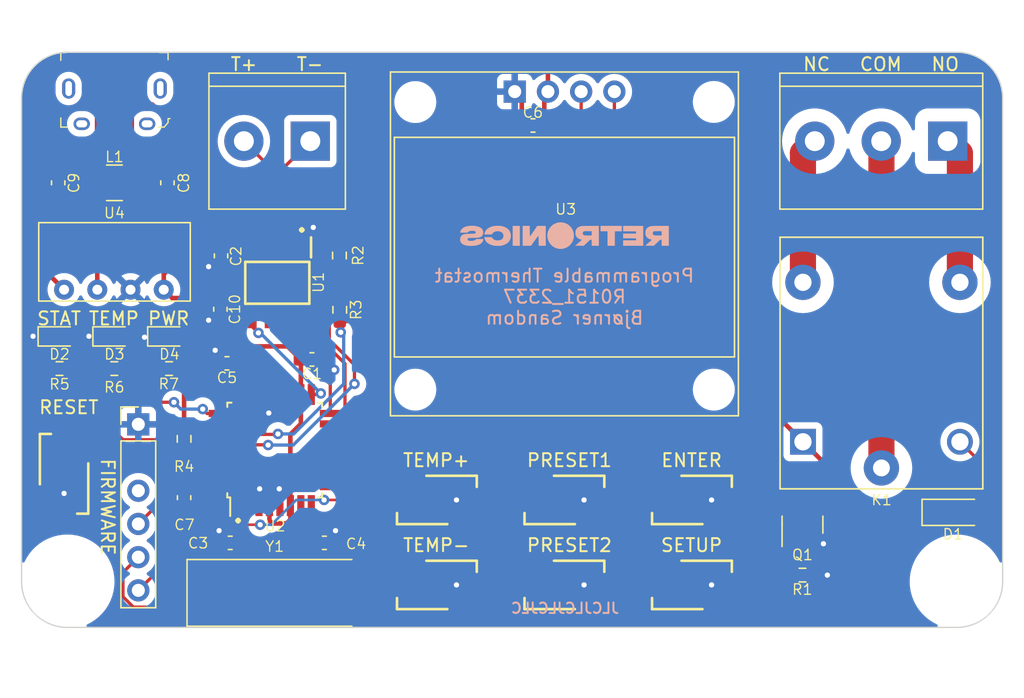
<source format=kicad_pcb>
(kicad_pcb (version 20221018) (generator pcbnew)
  (layers (0 "F.Cu" signal) (31 "B.Cu" signal) (34 "B.Paste" user) (35 "F.Paste" user) (36 "B.SilkS" user "B.Silkscreen") (37 "F.SilkS" user "F.Silkscreen") (38 "B.Mask" user) (39 "F.Mask" user) (44 "Edge.Cuts" user))
  (net 0 "")
  (net 1 "+5V")
  (net 2 "GND")
  (net 3 "Net-(U2-XTAL1)")
  (net 4 "Net-(U2-XTAL2)")
  (net 5 "Net-(U2-AREF)")
  (net 6 "Net-(J3-Pin_6)")
  (net 7 "Net-(U2-~{RESET})")
  (net 8 "Earth")
  (net 9 "Net-(J4-VBUS)")
  (net 10 "Net-(U4-VIN)")
  (net 11 "Net-(D1-A)")
  (net 12 "Net-(D3-A)")
  (net 13 "Net-(J1-Pin_1)")
  (net 14 "Net-(J1-Pin_2)")
  (net 15 "Net-(J1-Pin_3)")
  (net 16 "Net-(J2-Pin_1)")
  (net 17 "Net-(J2-Pin_2)")
  (net 19 "Net-(J3-Pin_4)")
  (net 20 "Net-(J3-Pin_5)")
  (net 24 "RLY_CTRL")
  (net 25 "SCL")
  (net 26 "SDA")
  (net 27 "SPI_SCK")
  (net 28 "SPI_CS")
  (net 29 "SPI_MISO")
  (net 37 "SW_TEMP+")
  (net 38 "SW_TEMP-")
  (net 39 "SW_Preset1")
  (net 40 "SW_Preset2")
  (net 41 "SW_Setup")
  (net 42 "Net-(D4-A)")
  (net 43 "Net-(D2-A)")
  (net 44 "SW_Enter")
  (net 45 "LED_STATUS")
  (net 46 "LED_TEMP")
  (footprint "Capacitor_SMD:C_0603_1608Metric_Pad1.08x0.95mm_HandSolder" (layer "F.Cu") (at 170.2 76.5)
    (fp_text reference "C1")
    (fp_text value "100nF")
  )
  (footprint "Diode_SMD:D_SOD-123" (layer "F.Cu") (at 219.2 88.2)
    (fp_text reference "D1")
    (fp_text value "1N5819W")
  )
  (footprint "Retronics_Switches:AlpsAlpine_SKQYPCE010" (layer "F.Cu") (at 151.25 85.25 90)
    (fp_text reference "SW1" hide)
    (fp_text value "Reset" hide)
  )
  (footprint "Package_TO_SOT_SMD:SOT-23" (layer "F.Cu") (at 207.7 89.1375 90)
    (fp_text reference "Q1")
    (fp_text value "BSS138")
  )
  (footprint "LED_SMD:LED_0603_1608Metric_Pad1.05x0.95mm_HandSolder" (layer "F.Cu") (at 155.1125 74.74)
    (fp_text reference "D3")
    (fp_text value "Red")
  )
  (footprint "Inductor_SMD:L_1210_3225Metric_Pad1.42x2.65mm_HandSolder" (layer "F.Cu") (at 155.1 62.9875 180)
    (fp_text reference "L1")
    (fp_text value "CBC3225T6R8MR")
  )
  (footprint "Capacitor_SMD:C_0603_1608Metric_Pad1.08x0.95mm_HandSolder" (layer "F.Cu") (at 159.15 62.9875 -90)
    (fp_text reference "C8")
    (fp_text value "4.7µF")
  )
  (footprint "Capacitor_SMD:C_0603_1608Metric_Pad1.08x0.95mm_HandSolder" (layer "F.Cu") (at 163.95 90.5325 180)
    (fp_text reference "C3")
    (fp_text value "22pF")
  )
  (footprint "Retronics_Connectors:PinHeader_1x06_P2.54mm_Vertical_Minus2" (layer "F.Cu") (at 156.925 81.465476)
    (fp_text reference "J3" hide)
    (fp_text value "Firmware")
  )
  (footprint "Package_QFP:TQFP-32_7x7mm_P0.8mm" (layer "F.Cu") (at 167.35 83.4325 90)
    (fp_text reference "U2")
    (fp_text value "ATMEGA328P-AU")
  )
  (footprint "Resistor_SMD:R_0603_1608Metric_Pad0.98x0.95mm_HandSolder" (layer "F.Cu") (at 160.425 82.575 -90)
    (fp_text reference "R4")
    (fp_text value "10kΩ")
  )
  (footprint "Retronics_IC_Sensors_Interfaces:SOIC127P600X175-8N" (layer "F.Cu") (at 167.55 70.6375 -90)
    (fp_text reference "U1")
    (fp_text value "MAX6675" hide)
  )
  (footprint "Resistor_SMD:R_0603_1608Metric_Pad0.98x0.95mm_HandSolder" (layer "F.Cu") (at 172.325 72.7 -90)
    (fp_text reference "R3")
    (fp_text value "4.7kΩ")
  )
  (footprint "LED_SMD:LED_0603_1608Metric_Pad1.05x0.95mm_HandSolder" (layer "F.Cu") (at 159.3 74.74)
    (fp_text reference "D4")
    (fp_text value "Green")
  )
  (footprint "MountingHole:MountingHole_3.2mm_M3" (layer "F.Cu") (at 151.5 93.5)
    (fp_text reference "H2" hide)
    (fp_text value "MountingHole")
  )
  (footprint "Retronics_Relays:RELAY_SRD-05VDC-SL-C" (layer "F.Cu") (at 213.735 76.7 90)
    (fp_text reference "K1")
    (fp_text value "SONGLE_SRD_05VDC_SL_C")
  )
  (footprint "Retronics_Switches:AlpsAlpine_SKQYPCE010" (layer "F.Cu") (at 179.75 87.25)
    (fp_text reference "SW2" hide)
    (fp_text value "Temp+" hide)
  )
  (footprint "Retronics_Switches:AlpsAlpine_SKQYPCE010" (layer "F.Cu") (at 199.25 87.25)
    (fp_text reference "SW6" hide)
    (fp_text value "Enter" hide)
  )
  (footprint "Resistor_SMD:R_0603_1608Metric_Pad0.98x0.95mm_HandSolder" (layer "F.Cu") (at 155.09 77.2 180)
    (fp_text reference "R6")
    (fp_text value "1kΩ")
  )
  (footprint "Retronics_Displays:Display_OLED_0.96in_I2C" (layer "F.Cu") (at 185.7 56.01)
    (fp_text reference "U3")
    (fp_text value "Display_OLED_0.96_I2C")
  )
  (footprint "Retronics_Connectors:ScrewTerminal_DB128L-5.08-3P-BK-S" (layer "F.Cu") (at 218.8 59.8 180)
    (fp_text reference "J1" hide)
    (fp_text value "Relay conn.")
  )
  (footprint "Retronics_IC_Power:B0505S" (layer "F.Cu") (at 149.4135 66.0343)
    (fp_text reference "U4")
    (fp_text value "B0505S-1WR3")
  )
  (footprint "Capacitor_SMD:C_0603_1608Metric_Pad1.08x0.95mm_HandSolder" (layer "F.Cu") (at 163.2 72.6625 90)
    (fp_text reference "C10")
    (fp_text value "10µF")
  )
  (footprint "Retronics_Switches:AlpsAlpine_SKQYPCE010" (layer "F.Cu") (at 189.5 87.25)
    (fp_text reference "SW4" hide)
    (fp_text value "Preset1" hide)
  )
  (footprint "Retronics_Switches:AlpsAlpine_SKQYPCE010" (layer "F.Cu") (at 179.75 93.75)
    (fp_text reference "SW3" hide)
    (fp_text value "Temp-" hide)
  )
  (footprint "LED_SMD:LED_0603_1608Metric_Pad1.05x0.95mm_HandSolder" (layer "F.Cu") (at 150.925 74.74)
    (fp_text reference "D2")
    (fp_text value "Green")
  )
  (footprint "Capacitor_SMD:C_0603_1608Metric_Pad1.08x0.95mm_HandSolder" (layer "F.Cu") (at 163.7 76.8)
    (fp_text reference "C5")
    (fp_text value "100nF")
  )
  (footprint "Capacitor_SMD:C_0603_1608Metric_Pad1.08x0.95mm_HandSolder" (layer "F.Cu") (at 187.1 58.6 180)
    (fp_text reference "C6")
    (fp_text value "1µF")
  )
  (footprint "Resistor_SMD:R_0603_1608Metric_Pad0.98x0.95mm_HandSolder" (layer "F.Cu") (at 150.9025 77.2 180)
    (fp_text reference "R5")
    (fp_text value "1kΩ")
  )
  (footprint "Capacitor_SMD:C_0603_1608Metric_Pad1.08x0.95mm_HandSolder" (layer "F.Cu") (at 171.15 90.5325)
    (fp_text reference "C4")
    (fp_text value "22pF")
  )
  (footprint "Capacitor_SMD:C_0603_1608Metric_Pad1.08x0.95mm_HandSolder" (layer "F.Cu") (at 150.8 62.9875 -90)
    (fp_text reference "C9")
    (fp_text value "4.7µF")
  )
  (footprint "digikey-footprints:USB_Micro_B_Female_10118194-0001LF" (layer "F.Cu") (at 155.1 58.475 180)
    (fp_text reference "J4" hide)
    (fp_text value "USB_B_Micro")
  )
  (footprint "Crystal:Crystal_SMD_HC49-SD" (layer "F.Cu") (at 167.35 94.3575)
    (fp_text reference "Y1")
    (fp_text value "16MHz")
  )
  (footprint "Capacitor_SMD:C_0603_1608Metric_Pad1.08x0.95mm_HandSolder" (layer "F.Cu") (at 160.425 87.075 90)
    (fp_text reference "C7")
    (fp_text value "10nF")
  )
  (footprint "Resistor_SMD:R_0603_1608Metric_Pad0.98x0.95mm_HandSolder" (layer "F.Cu") (at 172.3 68.55 -90)
    (fp_text reference "R2")
    (fp_text value "4.7kΩ")
  )
  (footprint "Capacitor_SMD:C_0603_1608Metric_Pad1.08x0.95mm_HandSolder" (layer "F.Cu") (at 163.25 68.575 -90)
    (fp_text reference "C2")
    (fp_text value "100nF")
  )
  (footprint "Resistor_SMD:R_0603_1608Metric_Pad0.98x0.95mm_HandSolder" (layer "F.Cu") (at 207.7 93)
    (fp_text reference "R1")
    (fp_text value "10kΩ")
  )
  (footprint "Retronics_Switches:AlpsAlpine_SKQYPCE010" (layer "F.Cu") (at 189.5 93.75)
    (fp_text reference "SW5" hide)
    (fp_text value "Preset2" hide)
  )
  (footprint "Retronics_Switches:AlpsAlpine_SKQYPCE010" (layer "F.Cu") (at 199.25 93.75)
    (fp_text reference "SW7" hide)
    (fp_text value "Setup" hide)
  )
  (footprint "Retronics_Connectors:ScrewTerminal_DB128L-5.08-2P-BK-S" (layer "F.Cu") (at 170.075 59.8 180)
    (fp_text reference "J2" hide)
    (fp_text value "Thermocouple")
  )
  (footprint "Resistor_SMD:R_0603_1608Metric_Pad0.98x0.95mm_HandSolder" (layer "F.Cu") (at 159.2775 77.2 180)
    (fp_text reference "R7")
    (fp_text value "1kΩ")
  )
  (footprint "MountingHole:MountingHole_3.2mm_M3" (layer "F.Cu") (at 219.5 93.5)
    (fp_text reference "H1" hide)
    (fp_text value "MountingHole")
  )
  (footprint "Icons_Graphics:retronics_logo_18mm" (layer "B.Cu") (at 189.5 67 180)
    (fp_text reference "G***" hide)
    (fp_text value "LOGO" hide)
  )
  (gr_line (start 151.5 53) (end 219.5 53) (stroke (width 0.1)) (layer "Edge.Cuts"))
  (gr_arc (start 219.5 53) (mid 221.974874 54.025126) (end 223 56.5) (stroke (width 0.1)) (layer "Edge.Cuts"))
  (gr_line (start 223 56.5) (end 223 93.5) (stroke (width 0.1)) (layer "Edge.Cuts"))
  (gr_arc (start 223 93.5) (mid 221.974874 95.974874) (end 219.5 97) (stroke (width 0.1)) (layer "Edge.Cuts"))
  (gr_line (start 148 93.5) (end 148 56.5) (stroke (width 0.1)) (layer "Edge.Cuts"))
  (gr_line (start 219.5 97) (end 151.5 97) (stroke (width 0.1)) (layer "Edge.Cuts"))
  (gr_arc (start 148 56.5) (mid 149.025126 54.025126) (end 151.5 53) (stroke (width 0.1)) (layer "Edge.Cuts"))
  (gr_arc (start 151.5 97) (mid 149.025126 95.974874) (end 148 93.5) (stroke (width 0.1)) (layer "Edge.Cuts"))
  (gr_text "JLCJLCJLCJLC" (at 193.763565 96) (layer "B.SilkS") (effects (font (size 0.8 0.8)) (justify left bottom mirror)))
  (gr_text "Programmable Thermostat\nR0151_2337\nBjørner Sandom\n" (at 189.504279 73.9) (layer "B.SilkS") (effects (font (size 1 1)) (justify bottom mirror)))
  (gr_text "TEMP" (at 153.054166 73.95) (layer "F.SilkS") (effects (font (size 1 1)) (justify left bottom)))
  (gr_text "PWR" (at 157.575 73.95) (layer "F.SilkS") (effects (font (size 1 1)) (justify left bottom)))
  (gr_text "FIRMWARE" (at 154 84 270) (layer "F.SilkS") (effects (font (size 1 1)) (justify left bottom)))
  (gr_text "ENTER" (at 196.815476 84.8) (layer "F.SilkS") (effects (font (size 1 1)) (justify left bottom)))
  (gr_text "TEMP+" (at 177.077381 84.8) (layer "F.SilkS") (effects (font (size 1 1)) (justify left bottom)))
  (gr_text "." (at 164 89.1) (layer "F.SilkS") (effects (font (size 1.5 1.5) (thickness 0.3) bold) (justify left bottom)))
  (gr_text "STAT" (at 149.104761 73.95) (layer "F.SilkS") (effects (font (size 1 1)) (justify left bottom)))
  (gr_text "PRESET2" (at 186.541666 91.3) (layer "F.SilkS") (effects (font (size 1 1)) (justify left bottom)))
  (gr_text "PRESET1" (at 186.541666 84.8) (layer "F.SilkS") (effects (font (size 1 1)) (justify left bottom)))
  (gr_text "RESET" (at 149.25 80.75) (layer "F.SilkS") (effects (font (size 1 1)) (justify left bottom)))
  (gr_text "NC   COM   NO" (at 207.657619 54.5) (layer "F.SilkS") (effects (font (size 1 1)) (justify left bottom)))
  (gr_text "T+    T-" (at 163.90119 54.5) (layer "F.SilkS") (effects (font (size 1 1)) (justify left bottom)))
  (gr_text "TEMP-" (at 177.077381 91.3) (layer "F.SilkS") (effects (font (size 1 1)) (justify left bottom)))
  (gr_text "SETUP" (at 196.791667 91.3) (layer "F.SilkS") (effects (font (size 1 1)) (justify left bottom)))
  (segment (start 158.8691 71.1629) (end 158.8691 69.9809) (width 0.35) (layer "F.Cu") (net 1))
  (segment (start 161.5 71.8) (end 161.5 75.89) (width 0.35) (layer "F.Cu") (net 1))
  (segment (start 161.1375 67.7125) (end 163.25 67.7125) (width 0.35) (layer "F.Cu") (net 1))
  (segment (start 166.95 88.8325) (end 167.1675 89.05) (width 0.35) (layer "F.Cu") (net 1))
  (segment (start 169.35 79.1825) (end 169.35 76.5125) (width 0.35) (layer "F.Cu") (net 1))
  (segment (start 188.2 54.15) (end 193.75 54.15) (width 0.35) (layer "F.Cu") (net 1))
  (segment (start 186.38 54.15) (end 188.2 54.15) (width 0.35) (layer "F.Cu") (net 1))
  (segment (start 169.35 76.5125) (end 169.3375 76.5) (width 0.35) (layer "F.Cu") (net 1))
  (segment (start 203.8 78.865) (end 207.735 82.8) (width 0.35) (layer "F.Cu") (net 1))
  (segment (start 164.7875 69.25) (end 163.25 67.7125) (width 0.35) (layer "F.Cu") (net 1))
  (segment (start 168.3375 75.5) (end 169.3375 76.5) (width 0.35) (layer "F.Cu") (net 1))
  (segment (start 171.45 70.9125) (end 171.45 69.25) (width 0.35) (layer "F.Cu") (net 1))
  (segment (start 164.3 72.9) (end 164.3 74.6) (width 0.35) (layer "F.Cu") (net 1))
  (segment (start 158.8691 69.9809) (end 161.1375 67.7125) (width 0.35) (layer "F.Cu") (net 1))
  (segment (start 164.3 74.6) (end 165.2 75.5) (width 0.35) (layer "F.Cu") (net 1))
  (segment (start 159.5062 71.8) (end 158.8691 71.1629) (width 0.35) (layer "F.Cu") (net 1))
  (segment (start 165.645 67.9255) (end 163.463 67.9255) (width 0.35) (layer "F.Cu") (net 1))
  (segment (start 167.1675 89.05) (end 168.25 89.05) (width 0.35) (layer "F.Cu") (net 1))
  (segment (start 168.55 82.2325) (end 169.35 81.4325) (width 0.35) (layer "F.Cu") (net 1))
  (segment (start 169.35 81.4325) (end 169.35 79.1825) (width 0.35) (layer "F.Cu") (net 1))
  (segment (start 188.24 56.01) (end 188.24 54.19) (width 0.35) (layer "F.Cu") (net 1))
  (segment (start 163.2 71.8) (end 164.3 72.9) (width 0.35) (layer "F.Cu") (net 1))
  (segment (start 161.5 75.89) (end 160.19 77.2) (width 0.35) (layer "F.Cu") (net 1))
  (segment (start 161.5 71.8) (end 159.5062 71.8) (width 0.35) (layer "F.Cu") (net 1))
  (segment (start 161.1375 59.3625) (end 161.1375 67.7125) (width 0.35) (layer "F.Cu") (net 1))
  (segment (start 188.24 54.19) (end 188.2 54.15) (width 0.35) (layer "F.Cu") (net 1))
  (segment (start 168.55 87.6825) (end 168.55 82.2325) (width 0.35) (layer "F.Cu") (net 1))
  (segment (start 168.25 89.05) (end 168.55 88.75) (width 0.35) (layer "F.Cu") (net 1))
  (segment (start 163.463 67.9255) (end 163.25 67.7125) (width 0.35) (layer "F.Cu") (net 1))
  (segment (start 203.8 64.2) (end 203.8 78.865) (width 0.35) (layer "F.Cu") (net 1))
  (segment (start 217.55 88.2) (end 217.05 87.7) (width 0.35) (layer "F.Cu") (net 1))
  (segment (start 165.2 75.5) (end 168.3375 75.5) (width 0.35) (layer "F.Cu") (net 1))
  (segment (start 193.75 54.15) (end 203.8 64.2) (width 0.35) (layer "F.Cu") (net 1))
  (segment (start 168.55 88.75) (end 168.55 87.6825) (width 0.35) (layer "F.Cu") (net 1))
  (segment (start 217.05 87.7) (end 212.635 87.7) (width 0.35) (layer "F.Cu") (net 1))
  (segment (start 187.9625 58.6) (end 187.9625 56.2875) (width 0.35) (layer "F.Cu") (net 1))
  (segment (start 160.425 81.6625) (end 160.425 77.435) (width 0.35) (layer "F.Cu") (net 1))
  (segment (start 171.45 69.25) (end 164.7875 69.25) (width 0.35) (layer "F.Cu") (net 1))
  (segment (start 160.425 77.435) (end 160.19 77.2) (width 0.35) (layer "F.Cu") (net 1))
  (segment (start 163.2 71.8) (end 161.5 71.8) (width 0.35) (layer "F.Cu") (net 1))
  (segment (start 212.635 87.7) (end 207.735 82.8) (width 0.35) (layer "F.Cu") (net 1))
  (segment (start 187.9625 56.2875) (end 188.24 56.01) (width 0.35) (layer "F.Cu") (net 1))
  (segment (start 172.325 71.7875) (end 171.45 70.9125) (width 0.35) (layer "F.Cu") (net 1))
  (segment (start 166.95 87.6825) (end 166.95 88.8325) (width 0.35) (layer "F.Cu") (net 1))
  (segment (start 166.35 54.15) (end 161.1375 59.3625) (width 0.35) (layer "F.Cu") (net 1))
  (segment (start 171.45 69.25) (end 171.45 68.4875) (width 0.35) (layer "F.Cu") (net 1))
  (segment (start 186.38 54.15) (end 166.35 54.15) (width 0.35) (layer "F.Cu") (net 1))
  (segment (start 171.45 68.4875) (end 172.3 67.6375) (width 0.35) (layer "F.Cu") (net 1))
  (segment (start 162.8375 75.8375) (end 162.8 75.8) (width 0.35) (layer "F.Cu") (net 2))
  (segment (start 208.65 90.075) (end 208.775 90.075) (width 0.35) (layer "F.Cu") (net 2))
  (segment (start 163.2 73.525) (end 162.325 73.525) (width 0.35) (layer "F.Cu") (net 2))
  (segment (start 166.95 79.1825) (end 166.95 80.55) (width 0.35) (layer "F.Cu") (net 2))
  (segment (start 163.0875 89.6125) (end 163.1 89.6) (width 0.35) (layer "F.Cu") (net 2))
  (segment (start 192.5 87.25) (end 191 87.25) (width 0.35) (layer "F.Cu") (net 2))
  (segment (start 171.0625 76.5) (end 171.1 76.5) (width 0.25) (layer "F.Cu") (net 2))
  (segment (start 162.8375 76.8) (end 162.8375 75.8375) (width 0.35) (layer "F.Cu") (net 2))
  (segment (start 192.5 93.75) (end 191 93.75) (width 0.35) (layer "F.Cu") (net 2))
  (segment (start 166.95 80.55) (end 166.9 80.6) (width 0.35) (layer "F.Cu") (net 2))
  (segment (start 163.0875 90.5325) (end 163.0875 89.6125) (width 0.35) (layer "F.Cu") (net 2))
  (segment (start 157.46 74.74) (end 157.4 74.8) (width 0.35) (layer "F.Cu") (net 2))
  (segment (start 182.75 87.25) (end 181.25 87.25) (width 0.35) (layer "F.Cu") (net 2))
  (segment (start 154.2375 74.74) (end 153.165 74.74) (width 0.35) (layer "F.Cu") (net 2))
  (segment (start 202.25 93.75) (end 200.75 93.75) (width 0.35) (layer "F.Cu") (net 2))
  (segment (start 169.455 67.9255) (end 169.455 67.245) (width 0.35) (layer "F.Cu") (net 2))
  (segment (start 162.325 73.525) (end 162.3 73.5) (width 0.35) (layer "F.Cu") (net 2))
  (segment (start 166.15 87.6825) (end 166.15 86.45) (width 0.35) (layer "F.Cu") (net 2))
  (segment (start 167.75 86.45) (end 167.7 86.4) (width 0.35) (layer "F.Cu") (net 2))
  (segment (start 182.75 93.75) (end 181.25 93.75) (width 0.35) (layer "F.Cu") (net 2))
  (segment (start 150.05 74.74) (end 148.89 74.74) (width 0.35) (layer "F.Cu") (net 2))
  (segment (start 208.775 90.075) (end 209.3 90.6) (width 0.35) (layer "F.Cu") (net 2))
  (segment (start 186.2375 58.6) (end 186.2375 56.5475) (width 0.35) (layer "F.Cu") (net 2))
  (segment (start 208.6125 93) (end 209.6 93) (width 0.35) (layer "F.Cu") (net 2))
  (segment (start 172.0125 90.5325) (end 172.0125 89.6125) (width 0.35) (layer "F.Cu") (net 2))
  (segment (start 148.89 74.74) (end 148.875 74.725) (width 0.35) (layer "F.Cu") (net 2))
  (segment (start 153.165 74.74) (end 153.15 74.725) (width 0.35) (layer "F.Cu") (net 2))
  (segment (start 151.25 88.25) (end 151.25 86.75) (width 0.35) (layer "F.Cu") (net 2))
  (segment (start 158.425 74.74) (end 157.46 74.74) (width 0.35) (layer "F.Cu") (net 2))
  (segment (start 167.75 87.6825) (end 167.75 86.45) (width 0.35) (layer "F.Cu") (net 2))
  (segment (start 162.3375 69.4375) (end 162.3 69.4) (width 0.35) (layer "F.Cu") (net 2))
  (segment (start 202.25 87.25) (end 200.75 87.25) (width 0.35) (layer "F.Cu") (net 2))
  (segment (start 186.2375 56.5475) (end 185.7 56.01) (width 0.35) (layer "F.Cu") (net 2))
  (segment (start 166.15 86.45) (end 166.2 86.4) (width 0.35) (layer "F.Cu") (net 2))
  (segment (start 172.0125 89.6125) (end 172 89.6) (width 0.35) (layer "F.Cu") (net 2))
  (segment (start 163.25 69.4375) (end 162.3375 69.4375) (width 0.35) (layer "F.Cu") (net 2))
  (segment (start 169.455 67.245) (end 170.3 66.4) (width 0.35) (layer "F.Cu") (net 2))
  (segment (start 171.1 76.5) (end 171.9 77.3) (width 0.25) (layer "F.Cu") (net 2))
  (via (at 148.875 74.725) (size 0.8) (drill 0.4) (layers "F.Cu" "B.Cu") (net 2))
  (via (at 163.1 89.6) (size 0.8) (drill 0.4) (layers "F.Cu" "B.Cu") (net 2))
  (via (at 209.3 90.6) (size 0.8) (drill 0.4) (layers "F.Cu" "B.Cu") (net 2))
  (via (at 191 87.25) (size 0.8) (drill 0.4) (layers "F.Cu" "B.Cu") (net 2))
  (via (at 181.25 87.25) (size 0.8) (drill 0.4) (layers "F.Cu" "B.Cu") (net 2))
  (via (at 157.4 74.8) (size 0.8) (drill 0.4) (layers "F.Cu" "B.Cu") (net 2))
  (via (at 209.6 93) (size 0.8) (drill 0.4) (layers "F.Cu" "B.Cu") (net 2))
  (via (at 172 89.6) (size 0.8) (drill 0.4) (layers "F.Cu" "B.Cu") (net 2))
  (via (at 167.7 86.4) (size 0.8) (drill 0.4) (layers "F.Cu" "B.Cu") (net 2))
  (via (at 162.3 73.5) (size 0.8) (drill 0.4) (layers "F.Cu" "B.Cu") (net 2))
  (via (at 166.2 86.4) (size 0.8) (drill 0.4) (layers "F.Cu" "B.Cu") (net 2))
  (via (at 191 93.75) (size 0.8) (drill 0.4) (layers "F.Cu" "B.Cu") (net 2))
  (via (at 153.15 74.725) (size 0.8) (drill 0.4) (layers "F.Cu" "B.Cu") (net 2))
  (via (at 162.8 75.8) (size 0.8) (drill 0.4) (layers "F.Cu" "B.Cu") (net 2))
  (via (at 151.25 86.75) (size 0.8) (drill 0.4) (layers "F.Cu" "B.Cu") (net 2))
  (via (at 200.75 87.25) (size 0.8) (drill 0.4) (layers "F.Cu" "B.Cu") (net 2))
  (via (at 200.75 93.75) (size 0.8) (drill 0.4) (layers "F.Cu" "B.Cu") (net 2))
  (via (at 162.3 69.4) (size 0.8) (drill 0.4) (layers "F.Cu" "B.Cu") (net 2))
  (via (at 181.25 93.75) (size 0.8) (drill 0.4) (layers "F.Cu" "B.Cu") (net 2))
  (via (at 166.9 80.6) (size 0.8) (drill 0.4) (layers "F.Cu" "B.Cu") (net 2))
  (via (at 170.3 66.4) (size 0.8) (drill 0.4) (layers "F.Cu" "B.Cu") (net 2))
  (via (at 171.9 77.3) (size 0.8) (drill 0.4) (layers "F.Cu" "B.Cu") (net 2))
  (segment (start 164.8 90.545) (end 164.8 92.6575) (width 0.25) (layer "F.Cu") (net 3))
  (segment (start 169.35 88.7325) (end 167.55 90.5325) (width 0.25) (layer "F.Cu") (net 3))
  (segment (start 164.8 92.6575) (end 163.1 94.3575) (width 0.25) (layer "F.Cu") (net 3))
  (segment (start 169.35 87.6825) (end 169.35 88.7325) (width 0.25) (layer "F.Cu") (net 3))
  (segment (start 167.55 90.5325) (end 164.8125 90.5325) (width 0.25) (layer "F.Cu") (net 3))
  (segment (start 164.8125 90.5325) (end 164.8 90.545) (width 0.25) (layer "F.Cu") (net 3))
  (segment (start 170.15 92.9075) (end 171.6 94.3575) (width 0.25) (layer "F.Cu") (net 4))
  (segment (start 170.15 87.6825) (end 170.15 92.9075) (width 0.25) (layer "F.Cu") (net 4))
  (segment (start 164.5625 76.8) (end 166.4175 76.8) (width 0.25) (layer "F.Cu") (net 5))
  (segment (start 167.75 78.1325) (end 167.75 79.1825) (width 0.25) (layer "F.Cu") (net 5))
  (segment (start 166.4175 76.8) (end 167.75 78.1325) (width 0.25) (layer "F.Cu") (net 5))
  (segment (start 160.3625 87.9375) (end 160.425 87.9375) (width 0.25) (layer "F.Cu") (net 6))
  (segment (start 158.9 89.4) (end 160.3625 87.9375) (width 0.25) (layer "F.Cu") (net 6))
  (segment (start 156.925 94.165476) (end 158.9 92.190476) (width 0.25) (layer "F.Cu") (net 6))
  (segment (start 158.9 92.190476) (end 158.9 89.4) (width 0.25) (layer "F.Cu") (net 6))
  (segment (start 151.25 82.25) (end 152.4875 83.4875) (width 0.25) (layer "F.Cu") (net 7))
  (segment (start 160.77 83.8325) (end 160.425 83.4875) (width 0.25) (layer "F.Cu") (net 7))
  (segment (start 163.1 83.8325) (end 160.77 83.8325) (width 0.25) (layer "F.Cu") (net 7))
  (segment (start 160.425 86.2125) (end 160.425 83.4875) (width 0.25) (layer "F.Cu") (net 7))
  (segment (start 152.4875 83.4875) (end 160.425 83.4875) (width 0.25) (layer "F.Cu") (net 7))
  (segment (start 159.15 58.15) (end 158 57) (width 0.35) (layer "F.Cu") (net 8))
  (segment (start 154.25 57) (end 153.8 57.45) (width 0.35) (layer "F.Cu") (net 8))
  (segment (start 158 57) (end 154.25 57) (width 0.35) (layer "F.Cu") (net 8))
  (segment (start 151.2491 71.1629) (end 149.95 69.8638) (width 0.35) (layer "F.Cu") (net 8))
  (segment (start 149.95 62.975) (end 150.8 62.125) (width 0.35) (layer "F.Cu") (net 8))
  (segment (start 153.8 58.475) (end 153.8 59.125) (width 0.35) (layer "F.Cu") (net 8))
  (segment (start 149.95 69.8638) (end 149.95 62.975) (width 0.35) (layer "F.Cu") (net 8))
  (segment (start 153.8 59.125) (end 150.8 62.125) (width 0.35) (layer "F.Cu") (net 8))
  (segment (start 159.15 62.125) (end 159.15 58.15) (width 0.35) (layer "F.Cu") (net 8))
  (segment (start 153.8 57.45) (end 153.8 58.475) (width 0.35) (layer "F.Cu") (net 8))
  (segment (start 156.4 62.8) (end 156.5875 62.9875) (width 0.35) (layer "F.Cu") (net 9))
  (segment (start 159.15 63.85) (end 157.45 63.85) (width 0.35) (layer "F.Cu") (net 9))
  (segment (start 157.45 63.85) (end 156.5875 62.9875) (width 0.35) (layer "F.Cu") (net 9))
  (segment (start 156.4 58.475) (end 156.4 62.8) (width 0.35) (layer "F.Cu") (net 9))
  (segment (start 153.7891 71.1629) (end 153.7891 66.8391) (width 0.35) (layer "F.Cu") (net 10))
  (segment (start 153.7891 66.8391) (end 150.8 63.85) (width 0.35) (layer "F.Cu") (net 10))
  (segment (start 151.6625 62.9875) (end 150.8 63.85) (width 0.35) (layer "F.Cu") (net 10))
  (segment (start 153.6125 62.9875) (end 151.6625 62.9875) (width 0.35) (layer "F.Cu") (net 10))
  (segment (start 217.097183 89.125) (end 219.925 89.125) (width 0.25) (layer "F.Cu") (net 11))
  (segment (start 219.925 89.125) (end 220.85 88.2) (width 0.25) (layer "F.Cu") (net 11))
  (segment (start 207.7 88.2) (end 216.172183 88.2) (width 0.25) (layer "F.Cu") (net 11))
  (segment (start 219.735 82.8) (end 220.85 83.915) (width 0.25) (layer "F.Cu") (net 11))
  (segment (start 220.85 83.915) (end 220.85 88.2) (width 0.25) (layer "F.Cu") (net 11))
  (segment (start 216.172183 88.2) (end 217.097183 89.125) (width 0.25) (layer "F.Cu") (net 11))
  (segment (start 154.3 76.4275) (end 155.9875 74.74) (width 0.25) (layer "F.Cu") (net 12))
  (segment (start 154.3 77.2) (end 154.3 76.4275) (width 0.25) (layer "F.Cu") (net 12))
  (segment (start 219.735 70.6) (end 219.735 60.735) (width 2) (layer "F.Cu") (net 13))
  (segment (start 219.735 60.735) (end 218.8 59.8) (width 2) (layer "F.Cu") (net 13))
  (segment (start 213.735 59.815) (end 213.72 59.8) (width 2) (layer "F.Cu") (net 14))
  (segment (start 213.735 84.8) (end 213.735 59.815) (width 2) (layer "F.Cu") (net 14))
  (segment (start 207.735 60.705) (end 208.64 59.8) (width 2) (layer "F.Cu") (net 15))
  (segment (start 207.735 70.6) (end 207.735 60.705) (width 2) (layer "F.Cu") (net 15))
  (segment (start 168.185 61.69) (end 170.075 59.8) (width 0.25) (layer "F.Cu") (net 16))
  (segment (start 168.185 67.9255) (end 168.185 61.69) (width 0.25) (layer "F.Cu") (net 16))
  (segment (start 166.915 61.72) (end 164.995 59.8) (width 0.25) (layer "F.Cu") (net 17))
  (segment (start 166.915 67.9255) (end 166.915 61.72) (width 0.25) (layer "F.Cu") (net 17))
  (segment (start 160.895495 87.075) (end 158.935476 87.075) (width 0.25) (layer "F.Cu") (net 19))
  (segment (start 161.5 86.470495) (end 160.895495 87.075) (width 0.25) (layer "F.Cu") (net 19))
  (segment (start 162.05 84.6325) (end 161.5 85.1825) (width 0.25) (layer "F.Cu") (net 19))
  (segment (start 163.1 84.6325) (end 162.05 84.6325) (width 0.25) (layer "F.Cu") (net 19))
  (segment (start 161.5 85.1825) (end 161.5 86.470495) (width 0.25) (layer "F.Cu") (net 19))
  (segment (start 158.935476 87.075) (end 156.925 89.085476) (width 0.25) (layer "F.Cu") (net 19))
  (segment (start 155.75 94.652177) (end 156.547822 95.45) (width 0.25) (layer "F.Cu") (net 20))
  (segment (start 159.525 90.4) (end 161.975 87.95) (width 0.25) (layer "F.Cu") (net 20))
  (segment (start 157.85 95.45) (end 159.525 93.775) (width 0.25) (layer "F.Cu") (net 20))
  (segment (start 161.975 87.95) (end 161.975 85.625) (width 0.25) (layer "F.Cu") (net 20))
  (segment (start 155.75 92.800476) (end 155.75 94.652177) (width 0.25) (layer "F.Cu") (net 20))
  (segment (start 162.1675 85.4325) (end 163.1 85.4325) (width 0.25) (layer "F.Cu") (net 20))
  (segment (start 159.525 93.775) (end 159.525 90.4) (width 0.25) (layer "F.Cu") (net 20))
  (segment (start 156.925 91.625476) (end 155.75 92.800476) (width 0.25) (layer "F.Cu") (net 20))
  (segment (start 156.547822 95.45) (end 157.85 95.45) (width 0.25) (layer "F.Cu") (net 20))
  (segment (start 161.975 85.625) (end 162.1675 85.4325) (width 0.25) (layer "F.Cu") (net 20))
  (segment (start 206.7875 93) (end 206.7875 90.1125) (width 0.25) (layer "F.Cu") (net 24))
  (segment (start 200.075 88.325) (end 194.7825 83.0325) (width 0.25) (layer "F.Cu") (net 24))
  (segment (start 206.7875 90.1125) (end 206.75 90.075) (width 0.25) (layer "F.Cu") (net 24))
  (segment (start 194.7825 83.0325) (end 171.6 83.0325) (width 0.25) (layer "F.Cu") (net 24))
  (segment (start 200.075 88.325) (end 201.825 90.075) (width 0.25) (layer "F.Cu") (net 24))
  (segment (start 201.825 90.075) (end 206.75 90.075) (width 0.25) (layer "F.Cu") (net 24))
  (segment (start 172.3 69.4625) (end 173.125 70.2875) (width 0.25) (layer "F.Cu") (net 25))
  (segment (start 188.4 62.2) (end 190.78 59.82) (width 0.25) (layer "F.Cu") (net 25))
  (segment (start 173.125 70.2875) (end 173.125 72.6) (width 0.25) (layer "F.Cu") (net 25))
  (segment (start 166.8325 83.0325) (end 166.85 83.05) (width 0.25) (layer "F.Cu") (net 25))
  (segment (start 173.125 72.6) (end 172.925 72.8) (width 0.25) (layer "F.Cu") (net 25))
  (segment (start 171.525 73.129505) (end 171.525 74.988604) (width 0.25) (layer "F.Cu") (net 25))
  (segment (start 171.525 74.988604) (end 173.4495 76.913104) (width 0.25) (layer "F.Cu") (net 25))
  (segment (start 171.854505 72.8) (end 171.525 73.129505) (width 0.25) (layer "F.Cu") (net 25))
  (segment (start 172.925 72.8) (end 171.854505 72.8) (width 0.25) (layer "F.Cu") (net 25))
  (segment (start 174.35 69.4625) (end 181.6125 62.2) (width 0.25) (layer "F.Cu") (net 25))
  (segment (start 163.1 83.0325) (end 166.8325 83.0325) (width 0.25) (layer "F.Cu") (net 25))
  (segment (start 181.6125 62.2) (end 188.4 62.2) (width 0.25) (layer "F.Cu") (net 25))
  (segment (start 190.78 59.82) (end 190.78 56.01) (width 0.25) (layer "F.Cu") (net 25))
  (segment (start 172.3 69.4625) (end 174.35 69.4625) (width 0.25) (layer "F.Cu") (net 25))
  (segment (start 173.4495 76.913104) (end 173.4495 78.3686) (width 0.25) (layer "F.Cu") (net 25))
  (via (at 166.85 83.05) (size 0.8) (drill 0.4) (layers "F.Cu" "B.Cu") (net 25))
  (via (at 173.4495 78.3686) (size 0.8) (drill 0.4) (layers "F.Cu" "B.Cu") (net 25))
  (segment (start 168.7681 83.05) (end 173.4495 78.3686) (width 0.25) (layer "B.Cu") (net 25))
  (segment (start 166.85 83.05) (end 168.7681 83.05) (width 0.25) (layer "B.Cu") (net 25))
  (segment (start 172.325 73.6125) (end 173.2875 73.6125) (width 0.25) (layer "F.Cu") (net 26))
  (segment (start 190.5 62.7) (end 193.32 59.88) (width 0.25) (layer "F.Cu") (net 26))
  (segment (start 172.4 73.6875) (end 172.325 73.6125) (width 0.25) (layer "F.Cu") (net 26))
  (segment (start 167.5675 82.2325) (end 167.6 82.2) (width 0.25) (layer "F.Cu") (net 26))
  (segment (start 184.2 62.7) (end 190.5 62.7) (width 0.25) (layer "F.Cu") (net 26))
  (segment (start 173.2875 73.6125) (end 184.2 62.7) (width 0.25) (layer "F.Cu") (net 26))
  (segment (start 172.4 74.425) (end 172.4 73.6875) (width 0.25) (layer "F.Cu") (net 26))
  (segment (start 163.1 82.2325) (end 167.5675 82.2325) (width 0.25) (layer "F.Cu") (net 26))
  (segment (start 193.32 59.88) (end 193.32 56.01) (width 0.25) (layer "F.Cu") (net 26))
  (via (at 167.6 82.2) (size 0.8) (drill 0.4) (layers "F.Cu" "B.Cu") (net 26))
  (via (at 172.4 74.425) (size 0.8) (drill 0.4) (layers "F.Cu" "B.Cu") (net 26))
  (segment (start 172.4 74.425) (end 172.625 74.65) (width 0.25) (layer "B.Cu") (net 26))
  (segment (start 172.625 74.65) (end 172.625 78.375805) (width 0.25) (layer "B.Cu") (net 26))
  (segment (start 172.625 78.375805) (end 168.800805 82.2) (width 0.25) (layer "B.Cu") (net 26))
  (segment (start 168.800805 82.2) (end 167.6 82.2) (width 0.25) (layer "B.Cu") (net 26))
  (segment (start 170.15 79.1825) (end 170.793 79.1825) (width 0.25) (layer "F.Cu") (net 27))
  (segment (start 170.793 79.1825) (end 170.8755 79.1) (width 0.25) (layer "F.Cu") (net 27))
  (segment (start 165.645 73.3495) (end 165.645 74.005389) (width 0.25) (layer "F.Cu") (net 27))
  (segment (start 165.645 74.005389) (end 166.107741 74.46813) (width 0.25) (layer "F.Cu") (net 27))
  (via (at 166.107741 74.46813) (size 0.8) (drill 0.4) (layers "F.Cu" "B.Cu") (net 27))
  (via (at 170.8755 79.1) (size 0.8) (drill 0.4) (layers "F.Cu" "B.Cu") (net 27))
  (segment (start 166.24363 74.46813) (end 166.107741 74.46813) (width 0.25) (layer "B.Cu") (net 27))
  (segment (start 170.8755 79.1) (end 166.24363 74.46813) (width 0.25) (layer "B.Cu") (net 27))
  (segment (start 172.65 82.2325) (end 171.6 82.2325) (width 0.25) (layer "F.Cu") (net 28))
  (segment (start 170.157495 74.257495) (end 172.725 76.825) (width 0.25) (layer "F.Cu") (net 28))
  (segment (start 166.915 72.912) (end 167.565 72.262) (width 0.25) (layer "F.Cu") (net 28))
  (segment (start 166.915 73.3495) (end 166.915 72.912) (width 0.25) (layer "F.Cu") (net 28))
  (segment (start 170.157495 72.262) (end 170.157495 74.257495) (width 0.25) (layer "F.Cu") (net 28))
  (segment (start 167.565 72.262) (end 170.157495 72.262) (width 0.25) (layer "F.Cu") (net 28))
  (segment (start 172.725 82.1575) (end 172.65 82.2325) (width 0.25) (layer "F.Cu") (net 28))
  (segment (start 172.725 76.825) (end 172.725 82.1575) (width 0.25) (layer "F.Cu") (net 28))
  (segment (start 168.185 74.014505) (end 170.2 76.029505) (width 0.25) (layer "F.Cu") (net 29))
  (segment (start 171.6 78.4) (end 171.6 80.6325) (width 0.25) (layer "F.Cu") (net 29))
  (segment (start 170.2 77) (end 171.6 78.4) (width 0.25) (layer "F.Cu") (net 29))
  (segment (start 168.185 73.3495) (end 168.185 74.014505) (width 0.25) (layer "F.Cu") (net 29))
  (segment (start 170.2 76.029505) (end 170.2 77) (width 0.25) (layer "F.Cu") (net 29))
  (segment (start 176.75 87.25) (end 171.125 87.25) (width 0.2) (layer "F.Cu") (net 37))
  (segment (start 166.241428 89.145193) (end 165.012693 89.145193) (width 0.2) (layer "F.Cu") (net 37))
  (segment (start 164.55 88.6825) (end 164.55 87.6825) (width 0.2) (layer "F.Cu") (net 37))
  (segment (start 165.012693 89.145193) (end 164.55 88.6825) (width 0.2) (layer "F.Cu") (net 37))
  (via (at 171.125 87.25) (size 0.8) (drill 0.4) (layers "F.Cu" "B.Cu") (net 37))
  (via (at 166.241428 89.145193) (size 0.8) (drill 0.4) (layers "F.Cu" "B.Cu") (net 37))
  (segment (start 167.104807 89.145193) (end 169 87.25) (width 0.2) (layer "B.Cu") (net 37))
  (segment (start 166.241428 89.145193) (end 167.104807 89.145193) (width 0.2) (layer "B.Cu") (net 37))
  (segment (start 169 87.25) (end 171.125 87.25) (width 0.2) (layer "B.Cu") (net 37))
  (segment (start 163.1 87.8825) (end 160.55 90.4325) (width 0.2) (layer "F.Cu") (net 38))
  (segment (start 160.55 95.6575) (end 174.8425 95.6575) (width 0.2) (layer "F.Cu") (net 38))
  (segment (start 174.8425 95.6575) (end 176.75 93.75) (width 0.2) (layer "F.Cu") (net 38))
  (segment (start 163.1 86.2325) (end 163.1 87.8825) (width 0.2) (layer "F.Cu") (net 38))
  (segment (start 160.55 90.4325) (end 160.55 95.6575) (width 0.2) (layer "F.Cu") (net 38))
  (segment (start 184.6825 85.4325) (end 171.6 85.4325) (width 0.25) (layer "F.Cu") (net 39))
  (segment (start 186.5 87.25) (end 184.6825 85.4325) (width 0.25) (layer "F.Cu") (net 39))
  (segment (start 186.5 93.75) (end 178.9825 86.2325) (width 0.25) (layer "F.Cu") (net 40))
  (segment (start 178.9825 86.2325) (end 171.6 86.2325) (width 0.25) (layer "F.Cu") (net 40))
  (segment (start 187.1325 84.6325) (end 171.6 84.6325) (width 0.25) (layer "F.Cu") (net 41))
  (segment (start 196.25 93.75) (end 187.1325 84.6325) (width 0.25) (layer "F.Cu") (net 41))
  (segment (start 158.365 77.2) (end 158.365 76.55) (width 0.25) (layer "F.Cu") (net 42))
  (segment (start 158.365 76.55) (end 160.175 74.74) (width 0.25) (layer "F.Cu") (net 42))
  (segment (start 150.05 76.49) (end 151.8 74.74) (width 0.25) (layer "F.Cu") (net 43))
  (segment (start 150.05 77.2) (end 150.05 76.49) (width 0.25) (layer "F.Cu") (net 43))
  (segment (start 192.8325 83.8325) (end 196.25 87.25) (width 0.25) (layer "F.Cu") (net 44))
  (segment (start 171.6 83.8325) (end 192.8325 83.8325) (width 0.25) (layer "F.Cu") (net 44))
  (segment (start 160.842024 82.640476) (end 162.05 81.4325) (width 0.25) (layer "F.Cu") (net 45))
  (segment (start 151.875 78.765476) (end 155.75 82.640476) (width 0.25) (layer "F.Cu") (net 45))
  (segment (start 155.75 82.640476) (end 160.842024 82.640476) (width 0.25) (layer "F.Cu") (net 45))
  (segment (start 151.875 77.2) (end 151.875 78.765476) (width 0.25) (layer "F.Cu") (net 45))
  (segment (start 162.05 81.4325) (end 163.1 81.4325) (width 0.25) (layer "F.Cu") (net 45))
  (segment (start 162.1825 80.6325) (end 161.85 80.3) (width 0.25) (layer "F.Cu") (net 46))
  (segment (start 163.1 80.6325) (end 162.1825 80.6325) (width 0.25) (layer "F.Cu") (net 46))
  (segment (start 159.6505 79.775) (end 158.7 79.775) (width 0.25) (layer "F.Cu") (net 46))
  (segment (start 158.7 79.775) (end 156.125 77.2) (width 0.25) (layer "F.Cu") (net 46))
  (via (at 161.85 80.3) (size 0.8) (drill 0.4) (layers "F.Cu" "B.Cu") (net 46))
  (via (at 159.6505 79.775) (size 0.8) (drill 0.4) (layers "F.Cu" "B.Cu") (net 46))
  (segment (start 161.85 80.3) (end 160.1755 80.3) (width 0.25) (layer "B.Cu") (net 46))
  (segment (start 160.1755 80.3) (end 159.6505 79.775) (width 0.25) (layer "B.Cu") (net 46))
  (zone (net 2) (net_name "GND") (layer "B.Cu") (connect_pads (clearance 0.5)) (min_thickness 0.25) (fill yes (thermal_gap 0.5) (thermal_bridge_width 0.5))
    (polygon (pts (xy 148 53) (xy 223 53) (xy 223 97) (xy 148 97)))
  )
)
</source>
